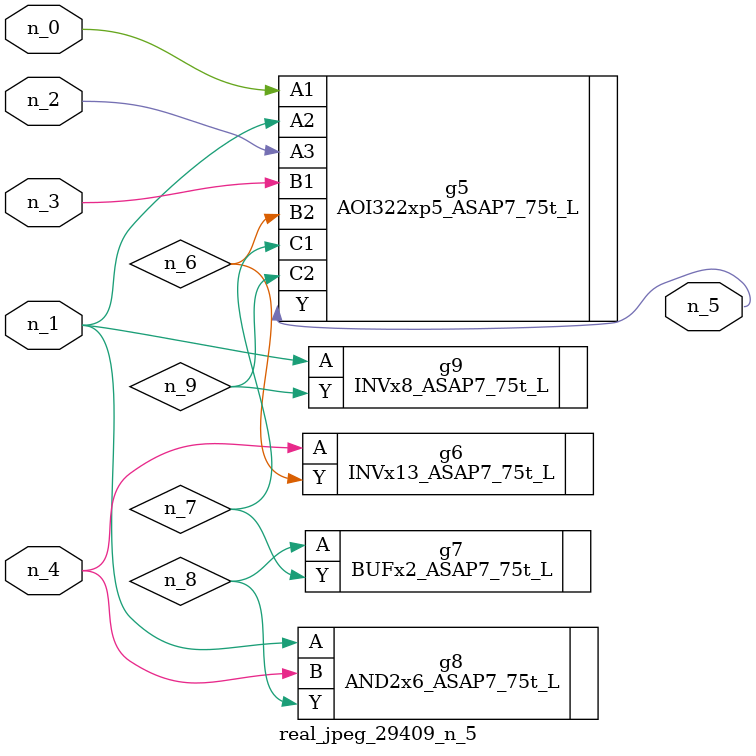
<source format=v>
module real_jpeg_29409_n_5 (n_4, n_0, n_1, n_2, n_3, n_5);

input n_4;
input n_0;
input n_1;
input n_2;
input n_3;

output n_5;

wire n_8;
wire n_6;
wire n_7;
wire n_9;

AOI322xp5_ASAP7_75t_L g5 ( 
.A1(n_0),
.A2(n_1),
.A3(n_2),
.B1(n_3),
.B2(n_6),
.C1(n_7),
.C2(n_9),
.Y(n_5)
);

AND2x6_ASAP7_75t_L g8 ( 
.A(n_1),
.B(n_4),
.Y(n_8)
);

INVx8_ASAP7_75t_L g9 ( 
.A(n_1),
.Y(n_9)
);

INVx13_ASAP7_75t_L g6 ( 
.A(n_4),
.Y(n_6)
);

BUFx2_ASAP7_75t_L g7 ( 
.A(n_8),
.Y(n_7)
);


endmodule
</source>
